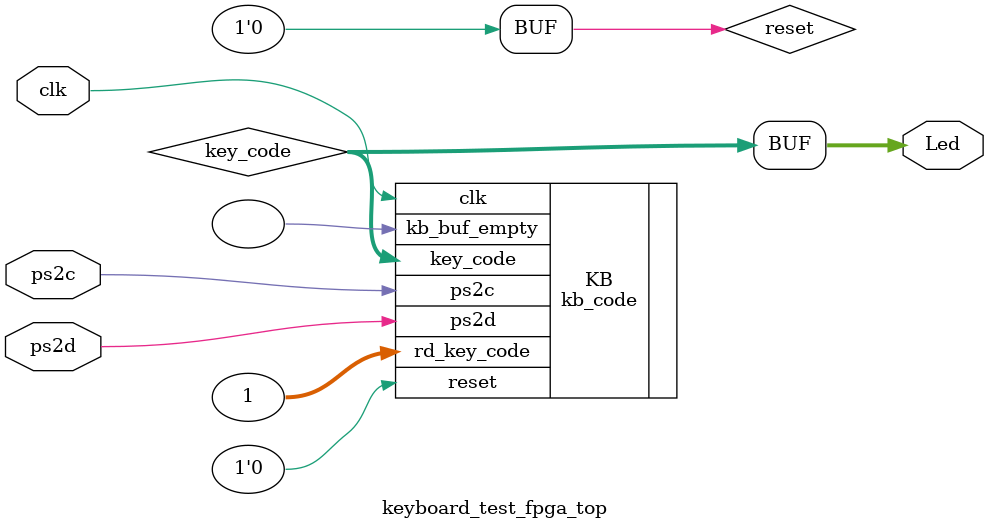
<source format=v>

module keyboard_test_fpga_top(

	input clk,
	output [7:0] Led,
	
	  // PS2 bidirectional ports
    inout wire ps2d, ps2c
);

	// signal declarations
	wire [7:0] key_code;
	wire reset = 0; // reset is not used - tie it to zero
	
	//instantiate keyboard
	kb_code KB(
		.clk(clk), 
		.reset(reset),
		.ps2d(ps2d), 
		.ps2c(ps2c), 
		.rd_key_code(1),
		.key_code(key_code),
		.kb_buf_empty()
	);
   
	assign Led = key_code;
	
endmodule

</source>
